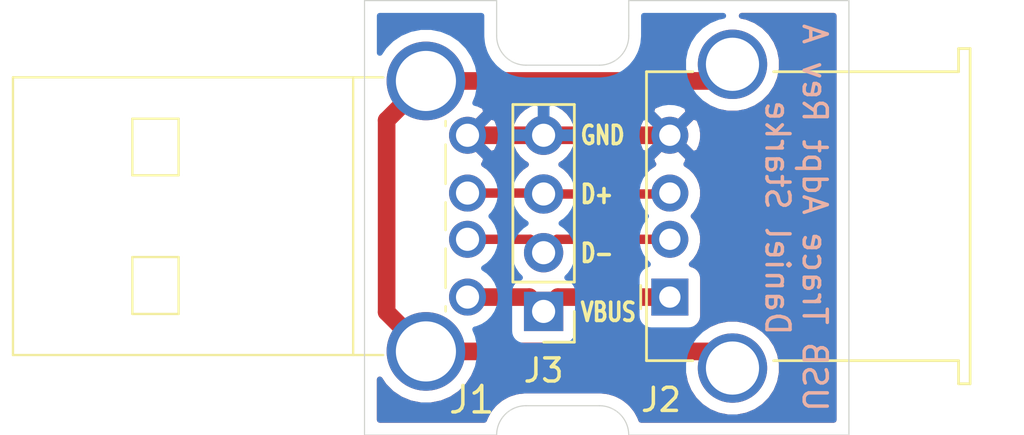
<source format=kicad_pcb>
(kicad_pcb (version 20171130) (host pcbnew "(5.1.5)-3")

  (general
    (thickness 1.2)
    (drawings 16)
    (tracks 21)
    (zones 0)
    (modules 3)
    (nets 6)
  )

  (page A4)
  (title_block
    (title "USB Trace Adapter")
    (date 2023-06-12)
    (rev A)
    (company "Daniel Starke")
  )

  (layers
    (0 F.Cu signal)
    (31 B.Cu signal)
    (32 B.Adhes user)
    (33 F.Adhes user)
    (34 B.Paste user)
    (35 F.Paste user)
    (36 B.SilkS user)
    (37 F.SilkS user)
    (38 B.Mask user)
    (39 F.Mask user)
    (40 Dwgs.User user)
    (41 Cmts.User user)
    (42 Eco1.User user)
    (43 Eco2.User user)
    (44 Edge.Cuts user)
    (45 Margin user)
    (46 B.CrtYd user)
    (47 F.CrtYd user)
    (48 B.Fab user)
    (49 F.Fab user)
  )

  (setup
    (last_trace_width 0.4064)
    (user_trace_width 0.2032)
    (user_trace_width 0.254)
    (user_trace_width 0.3048)
    (user_trace_width 0.4064)
    (trace_clearance 0.1524)
    (zone_clearance 0.508)
    (zone_45_only no)
    (trace_min 0.0889)
    (via_size 0.5)
    (via_drill 0.3)
    (via_min_size 0.5)
    (via_min_drill 0.3)
    (uvia_size 0.5)
    (uvia_drill 0.3)
    (uvias_allowed no)
    (uvia_min_size 0.5)
    (uvia_min_drill 0.3)
    (edge_width 0.05)
    (segment_width 0.2)
    (pcb_text_width 0.3)
    (pcb_text_size 1.5 1.5)
    (mod_edge_width 0.12)
    (mod_text_size 1 1)
    (mod_text_width 0.15)
    (pad_size 1.524 1.524)
    (pad_drill 0.762)
    (pad_to_mask_clearance 0.0889)
    (solder_mask_min_width 0.0889)
    (aux_axis_origin 91.948 87.884)
    (visible_elements 7FFFFFFF)
    (pcbplotparams
      (layerselection 0x010f0_ffffffff)
      (usegerberextensions false)
      (usegerberattributes false)
      (usegerberadvancedattributes false)
      (creategerberjobfile false)
      (excludeedgelayer false)
      (linewidth 0.020000)
      (plotframeref false)
      (viasonmask false)
      (mode 1)
      (useauxorigin true)
      (hpglpennumber 1)
      (hpglpenspeed 20)
      (hpglpendiameter 15.000000)
      (psnegative false)
      (psa4output false)
      (plotreference true)
      (plotvalue true)
      (plotinvisibletext false)
      (padsonsilk false)
      (subtractmaskfromsilk false)
      (outputformat 1)
      (mirror false)
      (drillshape 0)
      (scaleselection 1)
      (outputdirectory "gerber"))
  )

  (net 0 "")
  (net 1 "Net-(J1-Pad5)")
  (net 2 GND)
  (net 3 +5V)
  (net 4 /DP)
  (net 5 /DM)

  (net_class Default "This is the default net class."
    (clearance 0.1524)
    (trace_width 0.4064)
    (via_dia 0.5)
    (via_drill 0.3)
    (uvia_dia 0.5)
    (uvia_drill 0.3)
    (diff_pair_width 0.1524)
    (diff_pair_gap 0.1524)
    (add_net /DM)
    (add_net /DP)
  )

  (net_class Power ""
    (clearance 0.1524)
    (trace_width 0.762)
    (via_dia 0.5)
    (via_drill 0.3)
    (uvia_dia 0.5)
    (uvia_drill 0.3)
    (diff_pair_width 0.1524)
    (diff_pair_gap 0.1524)
    (add_net +5V)
    (add_net GND)
    (add_net "Net-(J1-Pad5)")
  )

  (module Connector_USB:USB_A_Stewart_SS-52100-001_Horizontal (layer F.Cu) (tedit 5CB49A87) (tstamp 64863F53)
    (at 105.156 81.915 90)
    (descr "USB A connector https://belfuse.com/resources/drawings/stewartconnector/dr-stw-ss-52100-001.pdf")
    (tags "USB_A Female Connector receptacle")
    (path /648630BF)
    (fp_text reference J2 (at -4.445 -0.381 180) (layer F.SilkS)
      (effects (font (size 1 1) (thickness 0.15)))
    )
    (fp_text value USB_A (at 3.5 14.49 90) (layer F.Fab)
      (effects (font (size 1 1) (thickness 0.15)))
    )
    (fp_line (start -5.15 1.99) (end -4.25 0.69) (layer F.CrtYd) (width 0.05))
    (fp_line (start -5.15 3.44) (end -5.15 1.99) (layer F.CrtYd) (width 0.05))
    (fp_line (start -3.25 4.74) (end -4.25 4.74) (layer F.CrtYd) (width 0.05))
    (fp_line (start -5.15 3.44) (end -4.25 4.74) (layer F.CrtYd) (width 0.05))
    (fp_line (start -3.25 0.69) (end -4.25 0.69) (layer F.CrtYd) (width 0.05))
    (fp_line (start 12.15 3.44) (end 11.25 4.74) (layer F.CrtYd) (width 0.05))
    (fp_line (start -3.25 0.69) (end -3.25 -1.51) (layer F.CrtYd) (width 0.05))
    (fp_line (start 10.25 -1.51) (end -3.25 -1.51) (layer F.CrtYd) (width 0.05))
    (fp_line (start 10.25 0.69) (end 10.25 -1.51) (layer F.CrtYd) (width 0.05))
    (fp_line (start 12.15 1.99) (end 12.15 3.44) (layer F.CrtYd) (width 0.05))
    (fp_line (start 10.25 0.69) (end 11.25 0.69) (layer F.CrtYd) (width 0.05))
    (fp_line (start 12.15 1.99) (end 11.25 0.69) (layer F.CrtYd) (width 0.05))
    (fp_line (start 10.75 12.49) (end 10.75 12.99) (layer F.Fab) (width 0.1))
    (fp_line (start 9.75 12.49) (end 10.75 12.49) (layer F.Fab) (width 0.1))
    (fp_line (start -3.75 12.49) (end -2.75 12.49) (layer F.Fab) (width 0.1))
    (fp_line (start -3.75 12.99) (end -3.75 12.49) (layer F.Fab) (width 0.1))
    (fp_line (start -3.75 12.99) (end 10.75 12.99) (layer F.Fab) (width 0.1))
    (fp_line (start -2.75 12.49) (end -2.75 -1.01) (layer F.Fab) (width 0.1))
    (fp_line (start -2.75 -1.01) (end 9.75 -1.01) (layer F.Fab) (width 0.1))
    (fp_line (start 9.75 12.49) (end 9.75 -1.01) (layer F.Fab) (width 0.1))
    (fp_text user %R (at 3.5 5.99 90) (layer F.Fab)
      (effects (font (size 1 1) (thickness 0.15)))
    )
    (fp_line (start -3.75 12.99) (end 10.75 12.99) (layer F.SilkS) (width 0.12))
    (fp_line (start 10.75 12.99) (end 10.75 12.49) (layer F.SilkS) (width 0.12))
    (fp_line (start 10.75 12.49) (end 9.75 12.49) (layer F.SilkS) (width 0.12))
    (fp_line (start 9.75 12.49) (end 9.75 4.49) (layer F.SilkS) (width 0.12))
    (fp_line (start 9.75 0.99) (end 9.75 -1.01) (layer F.SilkS) (width 0.12))
    (fp_line (start 9.75 -1.01) (end -2.75 -1.01) (layer F.SilkS) (width 0.12))
    (fp_line (start -2.75 -1.01) (end -2.75 0.99) (layer F.SilkS) (width 0.12))
    (fp_line (start -2.75 4.49) (end -2.75 12.49) (layer F.SilkS) (width 0.12))
    (fp_line (start -2.75 12.49) (end -3.75 12.49) (layer F.SilkS) (width 0.12))
    (fp_line (start -3.75 12.49) (end -3.75 12.99) (layer F.SilkS) (width 0.12))
    (fp_line (start -0.5 -1.26) (end 0.5 -1.26) (layer F.SilkS) (width 0.12))
    (fp_line (start -0.25 -1.01) (end 0 -0.76) (layer F.Fab) (width 0.1))
    (fp_line (start 0 -0.76) (end 0.25 -1.01) (layer F.Fab) (width 0.1))
    (fp_line (start -3.25 4.74) (end -3.25 11.99) (layer F.CrtYd) (width 0.05))
    (fp_line (start -3.25 11.99) (end -4.25 11.99) (layer F.CrtYd) (width 0.05))
    (fp_line (start -4.25 11.99) (end -4.25 13.49) (layer F.CrtYd) (width 0.05))
    (fp_line (start -4.25 13.49) (end 11.25 13.49) (layer F.CrtYd) (width 0.05))
    (fp_line (start 11.25 13.49) (end 11.25 11.99) (layer F.CrtYd) (width 0.05))
    (fp_line (start 11.25 11.99) (end 10.25 11.99) (layer F.CrtYd) (width 0.05))
    (fp_line (start 10.25 11.99) (end 10.25 4.74) (layer F.CrtYd) (width 0.05))
    (fp_line (start 10.25 4.74) (end 11.25 4.74) (layer F.CrtYd) (width 0.05))
    (pad 4 thru_hole circle (at 7 0 90) (size 1.6 1.6) (drill 0.92) (layers *.Cu *.Mask)
      (net 2 GND))
    (pad 3 thru_hole circle (at 4.5 0 90) (size 1.6 1.6) (drill 0.92) (layers *.Cu *.Mask)
      (net 4 /DP))
    (pad 2 thru_hole circle (at 2.5 0 90) (size 1.6 1.6) (drill 0.92) (layers *.Cu *.Mask)
      (net 5 /DM))
    (pad 1 thru_hole rect (at 0 0 90) (size 1.6 1.6) (drill 0.92) (layers *.Cu *.Mask)
      (net 3 +5V))
    (pad 5 thru_hole circle (at -3.07 2.71 90) (size 3 3) (drill 2.3) (layers *.Cu *.Mask)
      (net 1 "Net-(J1-Pad5)"))
    (pad 5 thru_hole circle (at 10.07 2.71 90) (size 3 3) (drill 2.3) (layers *.Cu *.Mask)
      (net 1 "Net-(J1-Pad5)"))
    (model lib/61400416021.stp
      (offset (xyz 3.5 -1.65 3.1))
      (scale (xyz 1 1 1))
      (rotate (xyz 0 0 0))
    )
  )

  (module Connector_PinHeader_2.54mm:PinHeader_1x04_P2.54mm_Vertical (layer F.Cu) (tedit 59FED5CC) (tstamp 6486EDCE)
    (at 99.695 82.535 180)
    (descr "Through hole straight pin header, 1x04, 2.54mm pitch, single row")
    (tags "Through hole pin header THT 1x04 2.54mm single row")
    (path /64863CFA)
    (fp_text reference J3 (at 0 -2.555) (layer F.SilkS)
      (effects (font (size 1 1) (thickness 0.15)))
    )
    (fp_text value Conn_01x04 (at 0 9.95) (layer F.Fab)
      (effects (font (size 1 1) (thickness 0.15)))
    )
    (fp_text user %R (at 0 3.81 90) (layer F.Fab)
      (effects (font (size 1 1) (thickness 0.15)))
    )
    (fp_line (start 1.8 -1.8) (end -1.8 -1.8) (layer F.CrtYd) (width 0.05))
    (fp_line (start 1.8 9.4) (end 1.8 -1.8) (layer F.CrtYd) (width 0.05))
    (fp_line (start -1.8 9.4) (end 1.8 9.4) (layer F.CrtYd) (width 0.05))
    (fp_line (start -1.8 -1.8) (end -1.8 9.4) (layer F.CrtYd) (width 0.05))
    (fp_line (start -1.33 -1.33) (end 0 -1.33) (layer F.SilkS) (width 0.12))
    (fp_line (start -1.33 0) (end -1.33 -1.33) (layer F.SilkS) (width 0.12))
    (fp_line (start -1.33 1.27) (end 1.33 1.27) (layer F.SilkS) (width 0.12))
    (fp_line (start 1.33 1.27) (end 1.33 8.95) (layer F.SilkS) (width 0.12))
    (fp_line (start -1.33 1.27) (end -1.33 8.95) (layer F.SilkS) (width 0.12))
    (fp_line (start -1.33 8.95) (end 1.33 8.95) (layer F.SilkS) (width 0.12))
    (fp_line (start -1.27 -0.635) (end -0.635 -1.27) (layer F.Fab) (width 0.1))
    (fp_line (start -1.27 8.89) (end -1.27 -0.635) (layer F.Fab) (width 0.1))
    (fp_line (start 1.27 8.89) (end -1.27 8.89) (layer F.Fab) (width 0.1))
    (fp_line (start 1.27 -1.27) (end 1.27 8.89) (layer F.Fab) (width 0.1))
    (fp_line (start -0.635 -1.27) (end 1.27 -1.27) (layer F.Fab) (width 0.1))
    (pad 4 thru_hole oval (at 0 7.62 180) (size 1.7 1.7) (drill 1) (layers *.Cu *.Mask)
      (net 2 GND))
    (pad 3 thru_hole oval (at 0 5.08 180) (size 1.7 1.7) (drill 1) (layers *.Cu *.Mask)
      (net 4 /DP))
    (pad 2 thru_hole oval (at 0 2.54 180) (size 1.7 1.7) (drill 1) (layers *.Cu *.Mask)
      (net 5 /DM))
    (pad 1 thru_hole rect (at 0 0 180) (size 1.7 1.7) (drill 1) (layers *.Cu *.Mask)
      (net 3 +5V))
    (model ${KISYS3DMOD}/Connector_PinHeader_2.54mm.3dshapes/PinHeader_1x04_P2.54mm_Vertical.wrl
      (at (xyz 0 0 0))
      (scale (xyz 1 1 1))
      (rotate (xyz 0 0 0))
    )
  )

  (module Connector_USB:USB_A_TH_AM90 (layer F.Cu) (tedit 5E6C85D7) (tstamp 64863F1F)
    (at 95.504 78.415 270)
    (path /6486270D)
    (fp_text reference J1 (at 7.945 -2.159 180) (layer F.SilkS)
      (effects (font (size 1.143 1.143) (thickness 0.152)) (justify right))
    )
    (fp_text value USB_A (at -2 -4.6 90) (layer F.Fab) hide
      (effects (font (size 1.143 1.143) (thickness 0.152)) (justify right))
    )
    (fp_line (start 6.5 -1.2) (end 4.8 -1.2) (layer F.CrtYd) (width 0.05))
    (fp_line (start -4.8 -1.2) (end -6.5 -1.2) (layer F.CrtYd) (width 0.05))
    (fp_line (start 6.6 19.3) (end -6.5 19.3) (layer F.CrtYd) (width 0.05))
    (fp_line (start 6.6 3.1) (end 6.6 19.3) (layer F.CrtYd) (width 0.05))
    (fp_line (start 7.4 2.4) (end 6.6 3.1) (layer F.CrtYd) (width 0.05))
    (fp_line (start 8 1.5) (end 7.4 2.4) (layer F.CrtYd) (width 0.05))
    (fp_line (start 8 0.3) (end 8 1.5) (layer F.CrtYd) (width 0.05))
    (fp_line (start 7.5 -0.5) (end 8 0.3) (layer F.CrtYd) (width 0.05))
    (fp_line (start 6.5 -1.2) (end 7.5 -0.5) (layer F.CrtYd) (width 0.05))
    (fp_line (start 4.8 -2.2) (end 4.8 -1.2) (layer F.CrtYd) (width 0.05))
    (fp_line (start -4.8 -2.2) (end 4.8 -2.2) (layer F.CrtYd) (width 0.05))
    (fp_line (start -4.8 -1.2) (end -4.8 -2.2) (layer F.CrtYd) (width 0.05))
    (fp_line (start -7.5 -0.5) (end -6.5 -1.2) (layer F.CrtYd) (width 0.05))
    (fp_line (start -8 0.3) (end -7.5 -0.5) (layer F.CrtYd) (width 0.05))
    (fp_line (start -8 1.5) (end -8 0.3) (layer F.CrtYd) (width 0.05))
    (fp_line (start -7.5 2.4) (end -8 1.5) (layer F.CrtYd) (width 0.05))
    (fp_line (start -6.5 3.1) (end -7.5 2.4) (layer F.CrtYd) (width 0.05))
    (fp_line (start -6.5 19.3) (end -6.5 3.1) (layer F.CrtYd) (width 0.05))
    (fp_line (start 3.898 0.049) (end 4.117 0.049) (layer F.SilkS) (width 0.1))
    (fp_line (start 1.399 0.049) (end 3.102 0.049) (layer F.SilkS) (width 0.1))
    (fp_line (start -0.601 0.049) (end 0.602 0.049) (layer F.SilkS) (width 0.1))
    (fp_line (start -3.102 0.049) (end -1.398 0.049) (layer F.SilkS) (width 0.1))
    (fp_line (start -4.117 0.049) (end -3.898 0.049) (layer F.SilkS) (width 0.1))
    (fp_line (start -1.769 13.6) (end -1.769 11.6) (layer F.SilkS) (width 0.1))
    (fp_line (start -4.216 11.6) (end -1.769 11.6) (layer F.SilkS) (width 0.1))
    (fp_line (start -4.216 13.6) (end -4.216 11.6) (layer F.SilkS) (width 0.1))
    (fp_line (start -1.769 13.6) (end -4.216 13.6) (layer F.SilkS) (width 0.1))
    (fp_line (start 1.768 13.6) (end 1.768 11.6) (layer F.SilkS) (width 0.1))
    (fp_line (start 4.23 11.6) (end 1.768 11.6) (layer F.SilkS) (width 0.1))
    (fp_line (start 4.23 13.6) (end 4.23 11.6) (layer F.SilkS) (width 0.1))
    (fp_line (start 1.768 13.6) (end 4.23 13.6) (layer F.SilkS) (width 0.1))
    (fp_line (start -6.007 18.764) (end -6.007 2.743) (layer F.SilkS) (width 0.1))
    (fp_line (start 6.006 18.764) (end -6.007 18.764) (layer F.SilkS) (width 0.1))
    (fp_line (start 6.006 18.764) (end 6.006 2.749) (layer F.SilkS) (width 0.1))
    (fp_line (start -6.007 4.049) (end 6.006 4.049) (layer F.SilkS) (width 0.1))
    (pad 5 thru_hole circle (at -5.85 0.9 180) (size 3.4 3.4) (drill 2.6) (layers *.Cu *.Mask)
      (net 1 "Net-(J1-Pad5)"))
    (pad 5 thru_hole circle (at 5.85 0.9 180) (size 3.4 3.4) (drill 2.6) (layers *.Cu *.Mask)
      (net 1 "Net-(J1-Pad5)"))
    (pad 4 thru_hole circle (at -3.5 -0.9 180) (size 1.6 1.6) (drill 1) (layers *.Cu *.Mask)
      (net 2 GND))
    (pad 3 thru_hole circle (at -1 -0.9 180) (size 1.6 1.6) (drill 1) (layers *.Cu *.Mask)
      (net 4 /DP))
    (pad 2 thru_hole circle (at 1 -0.9 180) (size 1.6 1.6) (drill 1) (layers *.Cu *.Mask)
      (net 5 /DM))
    (pad 1 thru_hole circle (at 3.5 -0.9 180) (size 1.6 1.6) (drill 1) (layers *.Cu *.Mask)
      (net 3 +5V))
    (pad "" np_thru_hole circle (at -2.245 0.9 270) (size 1 1) (drill 1) (layers *.Cu *.Mask))
    (pad "" np_thru_hole circle (at 2.245 0.9 270) (size 1 1) (drill 1) (layers *.Cu *.Mask))
    (model lib/480370001.stp
      (offset (xyz 0 -9.300000000000001 0.8))
      (scale (xyz 1 1 1))
      (rotate (xyz 90 180 180))
    )
  )

  (gr_line (start 103.378 87.884) (end 112.903 87.884) (layer Edge.Cuts) (width 0.05) (tstamp 648741D2))
  (gr_line (start 98.933 86.614) (end 102.108 86.614) (layer Edge.Cuts) (width 0.05) (tstamp 648741D1))
  (gr_arc (start 102.108 87.884) (end 103.378 87.884) (angle -90) (layer Edge.Cuts) (width 0.05) (tstamp 648741C9))
  (gr_arc (start 98.933 87.884) (end 98.933 86.614) (angle -90) (layer Edge.Cuts) (width 0.05) (tstamp 648741BA))
  (gr_text "USB Trace Adpt Rev A\nDaniel Starke" (at 110.617 78.486 270) (layer B.SilkS)
    (effects (font (size 1 1) (thickness 0.15)) (justify mirror))
  )
  (gr_line (start 103.378 69.088) (end 112.903 69.088) (layer Edge.Cuts) (width 0.05) (tstamp 648740E7))
  (gr_line (start 103.378 70.612) (end 103.378 69.088) (layer Edge.Cuts) (width 0.05))
  (gr_line (start 97.663 70.612) (end 97.663 69.088) (layer Edge.Cuts) (width 0.05))
  (gr_line (start 102.108 71.882) (end 98.933 71.882) (layer Edge.Cuts) (width 0.05) (tstamp 648740BB))
  (gr_arc (start 102.108 70.612) (end 102.108 71.882) (angle -90) (layer Edge.Cuts) (width 0.05))
  (gr_arc (start 98.933 70.612) (end 97.663 70.612) (angle -90) (layer Edge.Cuts) (width 0.05))
  (gr_text "GND\n\nD+\n\nD-\n\nVBUS" (at 101.219 78.74) (layer F.SilkS) (tstamp 64C3C92F)
    (effects (font (size 0.792 0.6096) (thickness 0.1524)) (justify left))
  )
  (gr_line (start 91.948 69.088) (end 91.948 87.884) (layer Edge.Cuts) (width 0.05) (tstamp 64864571))
  (gr_line (start 97.663 69.088) (end 91.948 69.088) (layer Edge.Cuts) (width 0.05))
  (gr_line (start 112.903 87.884) (end 112.903 69.088) (layer Edge.Cuts) (width 0.05))
  (gr_line (start 91.948 87.884) (end 97.663 87.884) (layer Edge.Cuts) (width 0.05))

  (segment (start 107.146 72.565) (end 107.866 71.845) (width 0.762) (layer F.Cu) (net 1) (status 30))
  (segment (start 94.604 72.565) (end 107.146 72.565) (width 0.762) (layer F.Cu) (net 1) (status 30))
  (segment (start 107.146 84.265) (end 107.866 84.985) (width 0.762) (layer F.Cu) (net 1) (status 30))
  (segment (start 94.604 84.265) (end 107.146 84.265) (width 0.762) (layer F.Cu) (net 1) (status 30))
  (segment (start 92.904001 82.565001) (end 94.604 84.265) (width 0.762) (layer F.Cu) (net 1) (status 20))
  (segment (start 92.904001 74.264999) (end 92.904001 82.565001) (width 0.762) (layer F.Cu) (net 1))
  (segment (start 94.604 72.565) (end 92.904001 74.264999) (width 0.762) (layer F.Cu) (net 1) (status 10))
  (segment (start 96.404 74.915) (end 99.695 74.915) (width 0.762) (layer F.Cu) (net 2) (status 30))
  (segment (start 99.695 74.915) (end 105.156 74.915) (width 0.762) (layer F.Cu) (net 2) (status 30))
  (segment (start 99.075 81.915) (end 99.695 82.535) (width 0.762) (layer F.Cu) (net 3) (status 30))
  (segment (start 96.404 81.915) (end 99.075 81.915) (width 0.762) (layer F.Cu) (net 3) (status 30))
  (segment (start 100.315 81.915) (end 99.695 82.535) (width 0.762) (layer F.Cu) (net 3) (status 30))
  (segment (start 105.156 81.915) (end 100.315 81.915) (width 0.762) (layer F.Cu) (net 3) (status 30))
  (segment (start 99.655 77.415) (end 99.695 77.455) (width 0.4064) (layer F.Cu) (net 4) (status 30))
  (segment (start 96.404 77.415) (end 99.655 77.415) (width 0.4064) (layer F.Cu) (net 4) (status 30))
  (segment (start 105.116 77.455) (end 105.156 77.415) (width 0.4064) (layer F.Cu) (net 4) (status 30))
  (segment (start 99.695 77.455) (end 105.116 77.455) (width 0.4064) (layer F.Cu) (net 4) (status 30))
  (segment (start 99.115 79.415) (end 99.695 79.995) (width 0.4064) (layer F.Cu) (net 5) (status 30))
  (segment (start 96.404 79.415) (end 99.115 79.415) (width 0.4064) (layer F.Cu) (net 5) (status 30))
  (segment (start 100.275 79.415) (end 99.695 79.995) (width 0.4064) (layer F.Cu) (net 5) (status 30))
  (segment (start 105.156 79.415) (end 100.275 79.415) (width 0.4064) (layer F.Cu) (net 5) (status 30))

  (zone (net 2) (net_name GND) (layer F.Cu) (tstamp 6486EC93) (hatch edge 0.508)
    (connect_pads (clearance 0.508))
    (min_thickness 0.254)
    (fill yes (arc_segments 32) (thermal_gap 0.508) (thermal_bridge_width 0.508))
    (polygon
      (pts
        (xy 112.903 87.884) (xy 91.948 87.884) (xy 91.948 69.088) (xy 112.903 69.088)
      )
    )
    (filled_polygon
      (pts
        (xy 112.243 87.224) (xy 103.917704 87.224) (xy 103.909249 87.196686) (xy 103.886074 87.141555) (xy 103.863661 87.08608)
        (xy 103.859334 87.077944) (xy 103.741446 86.859914) (xy 103.708012 86.810346) (xy 103.67524 86.760265) (xy 103.669416 86.753124)
        (xy 103.511423 86.562144) (xy 103.468988 86.520005) (xy 103.427125 86.477255) (xy 103.420024 86.471381) (xy 103.227946 86.314727)
        (xy 103.178169 86.281655) (xy 103.128763 86.247826) (xy 103.120657 86.243444) (xy 102.901809 86.127081) (xy 102.846532 86.104298)
        (xy 102.791525 86.080721) (xy 102.782722 86.077997) (xy 102.545441 86.006357) (xy 102.486754 85.994736) (xy 102.428248 85.9823)
        (xy 102.419085 85.981337) (xy 102.419083 85.981337) (xy 102.172405 85.95715) (xy 102.172402 85.95715) (xy 102.140419 85.954)
        (xy 98.900581 85.954) (xy 98.872135 85.956802) (xy 98.864318 85.956747) (xy 98.855147 85.957646) (xy 98.608644 85.983554)
        (xy 98.550028 85.995586) (xy 98.491284 86.006792) (xy 98.482462 86.009456) (xy 98.245686 86.082751) (xy 98.190555 86.105926)
        (xy 98.13508 86.128339) (xy 98.126944 86.132666) (xy 97.908914 86.250554) (xy 97.859346 86.283988) (xy 97.809265 86.31676)
        (xy 97.802124 86.322584) (xy 97.611144 86.480577) (xy 97.569005 86.523012) (xy 97.526255 86.564875) (xy 97.520381 86.571976)
        (xy 97.363727 86.764054) (xy 97.330655 86.813831) (xy 97.296826 86.863237) (xy 97.292444 86.871343) (xy 97.176081 87.090191)
        (xy 97.153298 87.145468) (xy 97.129721 87.200475) (xy 97.126997 87.209278) (xy 97.122552 87.224) (xy 92.608 87.224)
        (xy 92.608 85.480664) (xy 92.790287 85.753476) (xy 93.115524 86.078713) (xy 93.497963 86.33425) (xy 93.922906 86.510267)
        (xy 94.374023 86.6) (xy 94.833977 86.6) (xy 95.285094 86.510267) (xy 95.710037 86.33425) (xy 96.092476 86.078713)
        (xy 96.417713 85.753476) (xy 96.67325 85.371037) (xy 96.710545 85.281) (xy 105.748051 85.281) (xy 105.813047 85.607756)
        (xy 105.973988 85.996302) (xy 106.207637 86.345983) (xy 106.505017 86.643363) (xy 106.854698 86.877012) (xy 107.243244 87.037953)
        (xy 107.655721 87.12) (xy 108.076279 87.12) (xy 108.488756 87.037953) (xy 108.877302 86.877012) (xy 109.226983 86.643363)
        (xy 109.524363 86.345983) (xy 109.758012 85.996302) (xy 109.918953 85.607756) (xy 110.001 85.195279) (xy 110.001 84.774721)
        (xy 109.918953 84.362244) (xy 109.758012 83.973698) (xy 109.524363 83.624017) (xy 109.226983 83.326637) (xy 108.877302 83.092988)
        (xy 108.488756 82.932047) (xy 108.076279 82.85) (xy 107.655721 82.85) (xy 107.243244 82.932047) (xy 106.854698 83.092988)
        (xy 106.621209 83.249) (xy 106.304015 83.249) (xy 106.310494 83.245537) (xy 106.407185 83.166185) (xy 106.486537 83.069494)
        (xy 106.545502 82.95918) (xy 106.581812 82.839482) (xy 106.594072 82.715) (xy 106.594072 81.115) (xy 106.581812 80.990518)
        (xy 106.545502 80.87082) (xy 106.486537 80.760506) (xy 106.407185 80.663815) (xy 106.310494 80.584463) (xy 106.20018 80.525498)
        (xy 106.104057 80.496339) (xy 106.270637 80.329759) (xy 106.42768 80.094727) (xy 106.535853 79.833574) (xy 106.591 79.556335)
        (xy 106.591 79.273665) (xy 106.535853 78.996426) (xy 106.42768 78.735273) (xy 106.270637 78.500241) (xy 106.185396 78.415)
        (xy 106.270637 78.329759) (xy 106.42768 78.094727) (xy 106.535853 77.833574) (xy 106.591 77.556335) (xy 106.591 77.273665)
        (xy 106.535853 76.996426) (xy 106.42768 76.735273) (xy 106.270637 76.500241) (xy 106.070759 76.300363) (xy 105.870131 76.166308)
        (xy 105.897514 76.151671) (xy 105.969097 75.907702) (xy 105.156 75.094605) (xy 104.342903 75.907702) (xy 104.414486 76.151671)
        (xy 104.443341 76.165324) (xy 104.241241 76.300363) (xy 104.041363 76.500241) (xy 103.963481 76.6168) (xy 100.920927 76.6168)
        (xy 100.848475 76.508368) (xy 100.641632 76.301525) (xy 100.459466 76.179805) (xy 100.576355 76.110178) (xy 100.792588 75.915269)
        (xy 100.966641 75.68192) (xy 101.091825 75.419099) (xy 101.136476 75.27189) (xy 101.015155 75.042) (xy 99.822 75.042)
        (xy 99.822 75.062) (xy 99.568 75.062) (xy 99.568 75.042) (xy 98.374845 75.042) (xy 98.253524 75.27189)
        (xy 98.298175 75.419099) (xy 98.423359 75.68192) (xy 98.597412 75.915269) (xy 98.813645 76.110178) (xy 98.930534 76.179805)
        (xy 98.748368 76.301525) (xy 98.541525 76.508368) (xy 98.4958 76.5768) (xy 97.569792 76.5768) (xy 97.518637 76.500241)
        (xy 97.318759 76.300363) (xy 97.118131 76.166308) (xy 97.145514 76.151671) (xy 97.217097 75.907702) (xy 96.404 75.094605)
        (xy 96.389858 75.108748) (xy 96.210253 74.929143) (xy 96.224395 74.915) (xy 96.583605 74.915) (xy 97.396702 75.728097)
        (xy 97.640671 75.656514) (xy 97.761571 75.401004) (xy 97.8303 75.126816) (xy 97.837265 74.985512) (xy 103.715783 74.985512)
        (xy 103.757213 75.26513) (xy 103.852397 75.531292) (xy 103.919329 75.656514) (xy 104.163298 75.728097) (xy 104.976395 74.915)
        (xy 105.335605 74.915) (xy 106.148702 75.728097) (xy 106.392671 75.656514) (xy 106.513571 75.401004) (xy 106.5823 75.126816)
        (xy 106.596217 74.844488) (xy 106.554787 74.56487) (xy 106.459603 74.298708) (xy 106.392671 74.173486) (xy 106.148702 74.101903)
        (xy 105.335605 74.915) (xy 104.976395 74.915) (xy 104.163298 74.101903) (xy 103.919329 74.173486) (xy 103.798429 74.428996)
        (xy 103.7297 74.703184) (xy 103.715783 74.985512) (xy 97.837265 74.985512) (xy 97.844217 74.844488) (xy 97.802787 74.56487)
        (xy 97.707603 74.298708) (xy 97.640671 74.173486) (xy 97.396702 74.101903) (xy 96.583605 74.915) (xy 96.224395 74.915)
        (xy 96.210253 74.900858) (xy 96.389858 74.721253) (xy 96.404 74.735395) (xy 97.217097 73.922298) (xy 97.145514 73.678329)
        (xy 96.939819 73.581) (xy 99.046697 73.581) (xy 98.813645 73.719822) (xy 98.597412 73.914731) (xy 98.423359 74.14808)
        (xy 98.298175 74.410901) (xy 98.253524 74.55811) (xy 98.374845 74.788) (xy 99.568 74.788) (xy 99.568 74.768)
        (xy 99.822 74.768) (xy 99.822 74.788) (xy 101.015155 74.788) (xy 101.136476 74.55811) (xy 101.091825 74.410901)
        (xy 100.966641 74.14808) (xy 100.792588 73.914731) (xy 100.576355 73.719822) (xy 100.343303 73.581) (xy 104.624707 73.581)
        (xy 104.539708 73.611397) (xy 104.414486 73.678329) (xy 104.342903 73.922298) (xy 105.156 74.735395) (xy 105.969097 73.922298)
        (xy 105.897514 73.678329) (xy 105.691819 73.581) (xy 106.621209 73.581) (xy 106.854698 73.737012) (xy 107.243244 73.897953)
        (xy 107.655721 73.98) (xy 108.076279 73.98) (xy 108.488756 73.897953) (xy 108.877302 73.737012) (xy 109.226983 73.503363)
        (xy 109.524363 73.205983) (xy 109.758012 72.856302) (xy 109.918953 72.467756) (xy 110.001 72.055279) (xy 110.001 71.634721)
        (xy 109.918953 71.222244) (xy 109.758012 70.833698) (xy 109.524363 70.484017) (xy 109.226983 70.186637) (xy 108.877302 69.952988)
        (xy 108.488756 69.792047) (xy 108.267317 69.748) (xy 112.243001 69.748)
      )
    )
  )
  (zone (net 2) (net_name GND) (layer B.Cu) (tstamp 6486EC90) (hatch edge 0.508)
    (connect_pads (clearance 0.508))
    (min_thickness 0.254)
    (fill yes (arc_segments 32) (thermal_gap 0.508) (thermal_bridge_width 0.508))
    (polygon
      (pts
        (xy 112.903 87.884) (xy 91.948 87.884) (xy 91.948 69.088) (xy 112.903 69.088)
      )
    )
    (filled_polygon
      (pts
        (xy 97.003 70.644418) (xy 97.005802 70.672864) (xy 97.005747 70.680682) (xy 97.006646 70.689853) (xy 97.032554 70.936357)
        (xy 97.044589 70.994986) (xy 97.055792 71.053716) (xy 97.058456 71.062538) (xy 97.131751 71.299314) (xy 97.154931 71.354457)
        (xy 97.177339 71.40992) (xy 97.181665 71.418054) (xy 97.181667 71.418059) (xy 97.18167 71.418064) (xy 97.299553 71.636086)
        (xy 97.332988 71.685654) (xy 97.365759 71.735735) (xy 97.371584 71.742876) (xy 97.529577 71.933856) (xy 97.572012 71.975995)
        (xy 97.613875 72.018745) (xy 97.620976 72.024618) (xy 97.813053 72.181273) (xy 97.862875 72.214374) (xy 97.912237 72.248173)
        (xy 97.920343 72.252556) (xy 98.139191 72.368919) (xy 98.194479 72.391707) (xy 98.249475 72.415279) (xy 98.258278 72.418003)
        (xy 98.495559 72.489643) (xy 98.554246 72.501264) (xy 98.612752 72.5137) (xy 98.621915 72.514663) (xy 98.621917 72.514663)
        (xy 98.868595 72.53885) (xy 98.868598 72.53885) (xy 98.900581 72.542) (xy 102.140419 72.542) (xy 102.168865 72.539198)
        (xy 102.176682 72.539253) (xy 102.185853 72.538354) (xy 102.432357 72.512446) (xy 102.490986 72.500411) (xy 102.549716 72.489208)
        (xy 102.558532 72.486546) (xy 102.558536 72.486545) (xy 102.558539 72.486544) (xy 102.795314 72.413249) (xy 102.850457 72.390069)
        (xy 102.90592 72.367661) (xy 102.914054 72.363335) (xy 102.914059 72.363333) (xy 102.914064 72.36333) (xy 103.132086 72.245447)
        (xy 103.181654 72.212012) (xy 103.231735 72.179241) (xy 103.238876 72.173416) (xy 103.429856 72.015423) (xy 103.471995 71.972988)
        (xy 103.514745 71.931125) (xy 103.520618 71.924024) (xy 103.677273 71.731947) (xy 103.710374 71.682125) (xy 103.744173 71.632763)
        (xy 103.748556 71.624657) (xy 103.864919 71.405809) (xy 103.887707 71.350521) (xy 103.911279 71.295525) (xy 103.914003 71.286722)
        (xy 103.985643 71.049441) (xy 103.997264 70.990754) (xy 104.0097 70.932248) (xy 104.010663 70.923083) (xy 104.03485 70.676405)
        (xy 104.03485 70.676402) (xy 104.038 70.644419) (xy 104.038 69.748) (xy 107.464683 69.748) (xy 107.243244 69.792047)
        (xy 106.854698 69.952988) (xy 106.505017 70.186637) (xy 106.207637 70.484017) (xy 105.973988 70.833698) (xy 105.813047 71.222244)
        (xy 105.731 71.634721) (xy 105.731 72.055279) (xy 105.813047 72.467756) (xy 105.973988 72.856302) (xy 106.207637 73.205983)
        (xy 106.505017 73.503363) (xy 106.854698 73.737012) (xy 107.243244 73.897953) (xy 107.655721 73.98) (xy 108.076279 73.98)
        (xy 108.488756 73.897953) (xy 108.877302 73.737012) (xy 109.226983 73.503363) (xy 109.524363 73.205983) (xy 109.758012 72.856302)
        (xy 109.918953 72.467756) (xy 110.001 72.055279) (xy 110.001 71.634721) (xy 109.918953 71.222244) (xy 109.758012 70.833698)
        (xy 109.524363 70.484017) (xy 109.226983 70.186637) (xy 108.877302 69.952988) (xy 108.488756 69.792047) (xy 108.267317 69.748)
        (xy 112.243001 69.748) (xy 112.243 87.224) (xy 103.917704 87.224) (xy 103.909249 87.196686) (xy 103.886074 87.141555)
        (xy 103.863661 87.08608) (xy 103.859334 87.077944) (xy 103.741446 86.859914) (xy 103.708012 86.810346) (xy 103.67524 86.760265)
        (xy 103.669416 86.753124) (xy 103.511423 86.562144) (xy 103.468988 86.520005) (xy 103.427125 86.477255) (xy 103.420024 86.471381)
        (xy 103.227946 86.314727) (xy 103.178169 86.281655) (xy 103.128763 86.247826) (xy 103.120657 86.243444) (xy 102.901809 86.127081)
        (xy 102.846532 86.104298) (xy 102.791525 86.080721) (xy 102.782722 86.077997) (xy 102.545441 86.006357) (xy 102.486754 85.994736)
        (xy 102.428248 85.9823) (xy 102.419085 85.981337) (xy 102.419083 85.981337) (xy 102.172405 85.95715) (xy 102.172402 85.95715)
        (xy 102.140419 85.954) (xy 98.900581 85.954) (xy 98.872135 85.956802) (xy 98.864318 85.956747) (xy 98.855147 85.957646)
        (xy 98.608644 85.983554) (xy 98.550028 85.995586) (xy 98.491284 86.006792) (xy 98.482462 86.009456) (xy 98.245686 86.082751)
        (xy 98.190555 86.105926) (xy 98.13508 86.128339) (xy 98.126944 86.132666) (xy 97.908914 86.250554) (xy 97.859346 86.283988)
        (xy 97.809265 86.31676) (xy 97.802124 86.322584) (xy 97.611144 86.480577) (xy 97.569005 86.523012) (xy 97.526255 86.564875)
        (xy 97.520381 86.571976) (xy 97.363727 86.764054) (xy 97.330655 86.813831) (xy 97.296826 86.863237) (xy 97.292444 86.871343)
        (xy 97.176081 87.090191) (xy 97.153298 87.145468) (xy 97.129721 87.200475) (xy 97.126997 87.209278) (xy 97.122552 87.224)
        (xy 92.608 87.224) (xy 92.608 85.480664) (xy 92.790287 85.753476) (xy 93.115524 86.078713) (xy 93.497963 86.33425)
        (xy 93.922906 86.510267) (xy 94.374023 86.6) (xy 94.833977 86.6) (xy 95.285094 86.510267) (xy 95.710037 86.33425)
        (xy 96.092476 86.078713) (xy 96.417713 85.753476) (xy 96.67325 85.371037) (xy 96.849267 84.946094) (xy 96.883355 84.774721)
        (xy 105.731 84.774721) (xy 105.731 85.195279) (xy 105.813047 85.607756) (xy 105.973988 85.996302) (xy 106.207637 86.345983)
        (xy 106.505017 86.643363) (xy 106.854698 86.877012) (xy 107.243244 87.037953) (xy 107.655721 87.12) (xy 108.076279 87.12)
        (xy 108.488756 87.037953) (xy 108.877302 86.877012) (xy 109.226983 86.643363) (xy 109.524363 86.345983) (xy 109.758012 85.996302)
        (xy 109.918953 85.607756) (xy 110.001 85.195279) (xy 110.001 84.774721) (xy 109.918953 84.362244) (xy 109.758012 83.973698)
        (xy 109.524363 83.624017) (xy 109.226983 83.326637) (xy 108.877302 83.092988) (xy 108.488756 82.932047) (xy 108.076279 82.85)
        (xy 107.655721 82.85) (xy 107.243244 82.932047) (xy 106.854698 83.092988) (xy 106.505017 83.326637) (xy 106.207637 83.624017)
        (xy 105.973988 83.973698) (xy 105.813047 84.362244) (xy 105.731 84.774721) (xy 96.883355 84.774721) (xy 96.939 84.494977)
        (xy 96.939 84.035023) (xy 96.849267 83.583906) (xy 96.73662 83.311951) (xy 96.822574 83.294853) (xy 97.083727 83.18668)
        (xy 97.318759 83.029637) (xy 97.518637 82.829759) (xy 97.67568 82.594727) (xy 97.783853 82.333574) (xy 97.839 82.056335)
        (xy 97.839 81.773665) (xy 97.821364 81.685) (xy 98.206928 81.685) (xy 98.206928 83.385) (xy 98.219188 83.509482)
        (xy 98.255498 83.62918) (xy 98.314463 83.739494) (xy 98.393815 83.836185) (xy 98.490506 83.915537) (xy 98.60082 83.974502)
        (xy 98.720518 84.010812) (xy 98.845 84.023072) (xy 100.545 84.023072) (xy 100.669482 84.010812) (xy 100.78918 83.974502)
        (xy 100.899494 83.915537) (xy 100.996185 83.836185) (xy 101.075537 83.739494) (xy 101.134502 83.62918) (xy 101.170812 83.509482)
        (xy 101.183072 83.385) (xy 101.183072 81.685) (xy 101.170812 81.560518) (xy 101.134502 81.44082) (xy 101.075537 81.330506)
        (xy 100.996185 81.233815) (xy 100.899494 81.154463) (xy 100.825666 81.115) (xy 103.717928 81.115) (xy 103.717928 82.715)
        (xy 103.730188 82.839482) (xy 103.766498 82.95918) (xy 103.825463 83.069494) (xy 103.904815 83.166185) (xy 104.001506 83.245537)
        (xy 104.11182 83.304502) (xy 104.231518 83.340812) (xy 104.356 83.353072) (xy 105.956 83.353072) (xy 106.080482 83.340812)
        (xy 106.20018 83.304502) (xy 106.310494 83.245537) (xy 106.407185 83.166185) (xy 106.486537 83.069494) (xy 106.545502 82.95918)
        (xy 106.581812 82.839482) (xy 106.594072 82.715) (xy 106.594072 81.115) (xy 106.581812 80.990518) (xy 106.545502 80.87082)
        (xy 106.486537 80.760506) (xy 106.407185 80.663815) (xy 106.310494 80.584463) (xy 106.20018 80.525498) (xy 106.104057 80.496339)
        (xy 106.270637 80.329759) (xy 106.42768 80.094727) (xy 106.535853 79.833574) (xy 106.591 79.556335) (xy 106.591 79.273665)
        (xy 106.535853 78.996426) (xy 106.42768 78.735273) (xy 106.270637 78.500241) (xy 106.185396 78.415) (xy 106.270637 78.329759)
        (xy 106.42768 78.094727) (xy 106.535853 77.833574) (xy 106.591 77.556335) (xy 106.591 77.273665) (xy 106.535853 76.996426)
        (xy 106.42768 76.735273) (xy 106.270637 76.500241) (xy 106.070759 76.300363) (xy 105.870131 76.166308) (xy 105.897514 76.151671)
        (xy 105.969097 75.907702) (xy 105.156 75.094605) (xy 104.342903 75.907702) (xy 104.414486 76.151671) (xy 104.443341 76.165324)
        (xy 104.241241 76.300363) (xy 104.041363 76.500241) (xy 103.88432 76.735273) (xy 103.776147 76.996426) (xy 103.721 77.273665)
        (xy 103.721 77.556335) (xy 103.776147 77.833574) (xy 103.88432 78.094727) (xy 104.041363 78.329759) (xy 104.126604 78.415)
        (xy 104.041363 78.500241) (xy 103.88432 78.735273) (xy 103.776147 78.996426) (xy 103.721 79.273665) (xy 103.721 79.556335)
        (xy 103.776147 79.833574) (xy 103.88432 80.094727) (xy 104.041363 80.329759) (xy 104.207943 80.496339) (xy 104.11182 80.525498)
        (xy 104.001506 80.584463) (xy 103.904815 80.663815) (xy 103.825463 80.760506) (xy 103.766498 80.87082) (xy 103.730188 80.990518)
        (xy 103.717928 81.115) (xy 100.825666 81.115) (xy 100.78918 81.095498) (xy 100.71662 81.073487) (xy 100.848475 80.941632)
        (xy 101.01099 80.698411) (xy 101.122932 80.428158) (xy 101.18 80.14126) (xy 101.18 79.84874) (xy 101.122932 79.561842)
        (xy 101.01099 79.291589) (xy 100.848475 79.048368) (xy 100.641632 78.841525) (xy 100.46724 78.725) (xy 100.641632 78.608475)
        (xy 100.848475 78.401632) (xy 101.01099 78.158411) (xy 101.122932 77.888158) (xy 101.18 77.60126) (xy 101.18 77.30874)
        (xy 101.122932 77.021842) (xy 101.01099 76.751589) (xy 100.848475 76.508368) (xy 100.641632 76.301525) (xy 100.459466 76.179805)
        (xy 100.576355 76.110178) (xy 100.792588 75.915269) (xy 100.966641 75.68192) (xy 101.091825 75.419099) (xy 101.136476 75.27189)
        (xy 101.015155 75.042) (xy 99.822 75.042) (xy 99.822 75.062) (xy 99.568 75.062) (xy 99.568 75.042)
        (xy 98.374845 75.042) (xy 98.253524 75.27189) (xy 98.298175 75.419099) (xy 98.423359 75.68192) (xy 98.597412 75.915269)
        (xy 98.813645 76.110178) (xy 98.930534 76.179805) (xy 98.748368 76.301525) (xy 98.541525 76.508368) (xy 98.37901 76.751589)
        (xy 98.267068 77.021842) (xy 98.21 77.30874) (xy 98.21 77.60126) (xy 98.267068 77.888158) (xy 98.37901 78.158411)
        (xy 98.541525 78.401632) (xy 98.748368 78.608475) (xy 98.92276 78.725) (xy 98.748368 78.841525) (xy 98.541525 79.048368)
        (xy 98.37901 79.291589) (xy 98.267068 79.561842) (xy 98.21 79.84874) (xy 98.21 80.14126) (xy 98.267068 80.428158)
        (xy 98.37901 80.698411) (xy 98.541525 80.941632) (xy 98.67338 81.073487) (xy 98.60082 81.095498) (xy 98.490506 81.154463)
        (xy 98.393815 81.233815) (xy 98.314463 81.330506) (xy 98.255498 81.44082) (xy 98.219188 81.560518) (xy 98.206928 81.685)
        (xy 97.821364 81.685) (xy 97.783853 81.496426) (xy 97.67568 81.235273) (xy 97.518637 81.000241) (xy 97.318759 80.800363)
        (xy 97.116173 80.665) (xy 97.318759 80.529637) (xy 97.518637 80.329759) (xy 97.67568 80.094727) (xy 97.783853 79.833574)
        (xy 97.839 79.556335) (xy 97.839 79.273665) (xy 97.783853 78.996426) (xy 97.67568 78.735273) (xy 97.518637 78.500241)
        (xy 97.433396 78.415) (xy 97.518637 78.329759) (xy 97.67568 78.094727) (xy 97.783853 77.833574) (xy 97.839 77.556335)
        (xy 97.839 77.273665) (xy 97.783853 76.996426) (xy 97.67568 76.735273) (xy 97.518637 76.500241) (xy 97.318759 76.300363)
        (xy 97.118131 76.166308) (xy 97.145514 76.151671) (xy 97.217097 75.907702) (xy 96.404 75.094605) (xy 96.389858 75.108748)
        (xy 96.210253 74.929143) (xy 96.224395 74.915) (xy 96.583605 74.915) (xy 97.396702 75.728097) (xy 97.640671 75.656514)
        (xy 97.761571 75.401004) (xy 97.8303 75.126816) (xy 97.837265 74.985512) (xy 103.715783 74.985512) (xy 103.757213 75.26513)
        (xy 103.852397 75.531292) (xy 103.919329 75.656514) (xy 104.163298 75.728097) (xy 104.976395 74.915) (xy 105.335605 74.915)
        (xy 106.148702 75.728097) (xy 106.392671 75.656514) (xy 106.513571 75.401004) (xy 106.5823 75.126816) (xy 106.596217 74.844488)
        (xy 106.554787 74.56487) (xy 106.459603 74.298708) (xy 106.392671 74.173486) (xy 106.148702 74.101903) (xy 105.335605 74.915)
        (xy 104.976395 74.915) (xy 104.163298 74.101903) (xy 103.919329 74.173486) (xy 103.798429 74.428996) (xy 103.7297 74.703184)
        (xy 103.715783 74.985512) (xy 97.837265 74.985512) (xy 97.844217 74.844488) (xy 97.802787 74.56487) (xy 97.80037 74.55811)
        (xy 98.253524 74.55811) (xy 98.374845 74.788) (xy 99.568 74.788) (xy 99.568 73.594186) (xy 99.822 73.594186)
        (xy 99.822 74.788) (xy 101.015155 74.788) (xy 101.136476 74.55811) (xy 101.091825 74.410901) (xy 100.966641 74.14808)
        (xy 100.798233 73.922298) (xy 104.342903 73.922298) (xy 105.156 74.735395) (xy 105.969097 73.922298) (xy 105.897514 73.678329)
        (xy 105.642004 73.557429) (xy 105.367816 73.4887) (xy 105.085488 73.474783) (xy 104.80587 73.516213) (xy 104.539708 73.611397)
        (xy 104.414486 73.678329) (xy 104.342903 73.922298) (xy 100.798233 73.922298) (xy 100.792588 73.914731) (xy 100.576355 73.719822)
        (xy 100.326252 73.570843) (xy 100.051891 73.473519) (xy 99.822 73.594186) (xy 99.568 73.594186) (xy 99.338109 73.473519)
        (xy 99.063748 73.570843) (xy 98.813645 73.719822) (xy 98.597412 73.914731) (xy 98.423359 74.14808) (xy 98.298175 74.410901)
        (xy 98.253524 74.55811) (xy 97.80037 74.55811) (xy 97.707603 74.298708) (xy 97.640671 74.173486) (xy 97.396702 74.101903)
        (xy 96.583605 74.915) (xy 96.224395 74.915) (xy 96.210253 74.900858) (xy 96.389858 74.721253) (xy 96.404 74.735395)
        (xy 97.217097 73.922298) (xy 97.145514 73.678329) (xy 96.890004 73.557429) (xy 96.73627 73.518893) (xy 96.849267 73.246094)
        (xy 96.939 72.794977) (xy 96.939 72.335023) (xy 96.849267 71.883906) (xy 96.67325 71.458963) (xy 96.417713 71.076524)
        (xy 96.092476 70.751287) (xy 95.710037 70.49575) (xy 95.285094 70.319733) (xy 94.833977 70.23) (xy 94.374023 70.23)
        (xy 93.922906 70.319733) (xy 93.497963 70.49575) (xy 93.115524 70.751287) (xy 92.790287 71.076524) (xy 92.608 71.349336)
        (xy 92.608 69.748) (xy 97.003001 69.748)
      )
    )
  )
)

</source>
